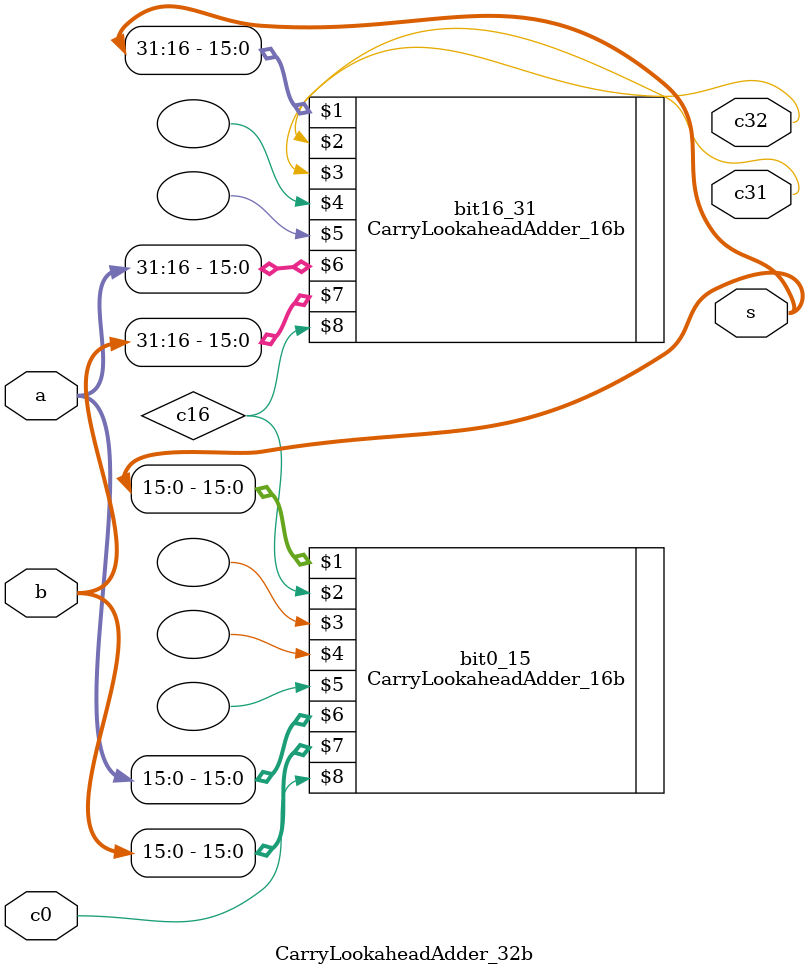
<source format=v>
`timescale 1ns / 1ps


module CarryLookaheadAdder_32b(s, c32, c31, a, b, c0);

    output [31:0]s;
    output c32, c31;
    input [31:0]a, b;
    input c0;
    
    wire c16;
    
    // CarryLookaheadAdder_16b       (s,        c16, c15, G, P, a,        b,        c0);
    CarryLookaheadAdder_16b bit0_15  (s[15:0],  c16,    ,  ,  , a[15:0],  b[15:0],  c0);
    CarryLookaheadAdder_16b bit16_31 (s[31:16], c32, c31,  ,  , a[31:16], b[31:16], c16);

endmodule

</source>
